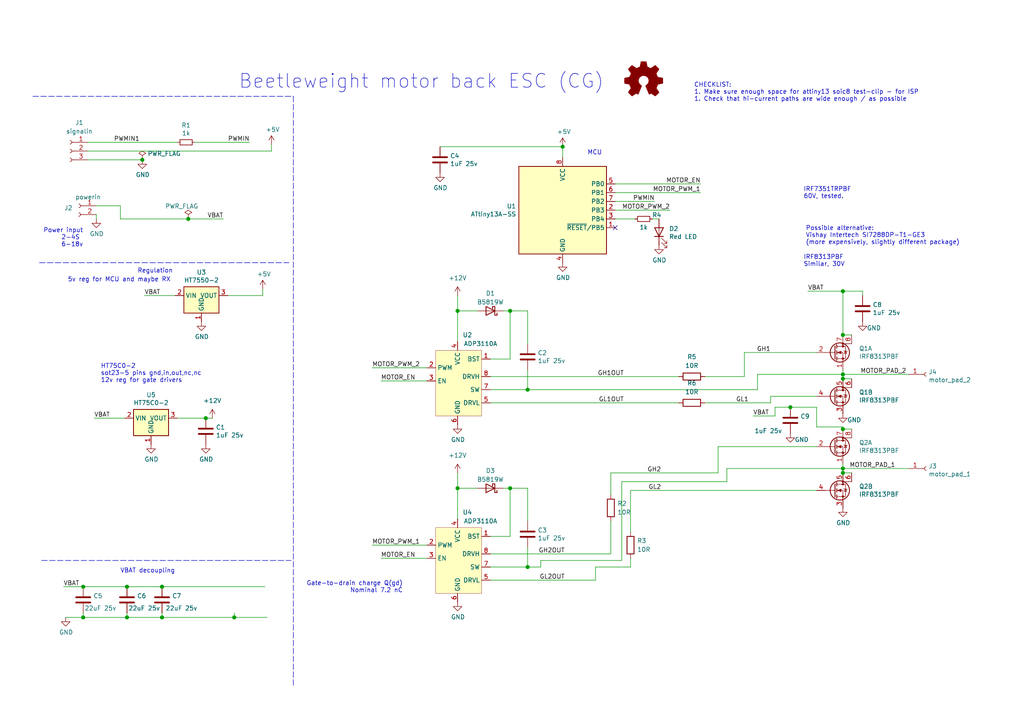
<source format=kicad_sch>
(kicad_sch (version 20210621) (generator eeschema)
  (paper "A4")
  (title_block (title "Beetle Motor Back ESC (CG)") (date "2021-08-02"))
  (lib_symbols
    (symbol "Connector:Conn_01x01_Female" (pin_names (offset 1.016) hide)
      (property "Reference" "J" (at 0 2.54 0))
      (property "Value" "Conn_01x01_Female" (at 0 -2.54 0))
      (symbol "Conn_01x01_Female_1_1"
        (arc (start 0 0.508) (end 0 -0.508) (radius (at 0 0) (length 0.508) (angles 90.1 -90.1)) (stroke (width 0.1524)))
        (polyline (pts (xy -1.27 0) (xy -0.508 0)) (stroke (width 0.1524)))
        (pin passive line (at -5.08 0 0) (length 3.81) (name "Pin_1") (number "1"))
      )
    )
    (symbol "Connector:Conn_01x02_Female" (pin_names (offset 1.016) hide)
      (property "Reference" "J" (at 0 2.54 0))
      (property "Value" "Conn_01x02_Female" (at 0 -5.08 0))
      (symbol "Conn_01x02_Female_1_1"
        (arc (start 0 -2.032) (end 0 -3.048) (radius (at 0 -2.54) (length 0.508) (angles 90.1 -90.1)) (stroke (width 0.1524)))
        (arc (start 0 0.508) (end 0 -0.508) (radius (at 0 0) (length 0.508) (angles 90.1 -90.1)) (stroke (width 0.1524)))
        (polyline (pts (xy -1.27 -2.54) (xy -0.508 -2.54)) (stroke (width 0.1524)))
        (polyline (pts (xy -1.27 0) (xy -0.508 0)) (stroke (width 0.1524)))
        (pin passive line (at -5.08 0 0) (length 3.81) (name "Pin_1") (number "1"))
        (pin passive line (at -5.08 -2.54 0) (length 3.81) (name "Pin_2") (number "2"))
      )
    )
    (symbol "Connector:Conn_01x03_Female" (pin_names (offset 1.016) hide)
      (property "Reference" "J" (at 0 5.08 0))
      (property "Value" "Conn_01x03_Female" (at 0 -5.08 0))
      (symbol "Conn_01x03_Female_1_1"
        (arc (start 0 -2.032) (end 0 -3.048) (radius (at 0 -2.54) (length 0.508) (angles 90.1 -90.1)) (stroke (width 0.1524)))
        (arc (start 0 0.508) (end 0 -0.508) (radius (at 0 0) (length 0.508) (angles 90.1 -90.1)) (stroke (width 0.1524)))
        (arc (start 0 3.048) (end 0 2.032) (radius (at 0 2.54) (length 0.508) (angles 90.1 -90.1)) (stroke (width 0.1524)))
        (polyline (pts (xy -1.27 -2.54) (xy -0.508 -2.54)) (stroke (width 0.1524)))
        (polyline (pts (xy -1.27 0) (xy -0.508 0)) (stroke (width 0.1524)))
        (polyline (pts (xy -1.27 2.54) (xy -0.508 2.54)) (stroke (width 0.1524)))
        (pin passive line (at -5.08 2.54 0) (length 3.81) (name "Pin_1") (number "1"))
        (pin passive line (at -5.08 0 0) (length 3.81) (name "Pin_2") (number "2"))
        (pin passive line (at -5.08 -2.54 0) (length 3.81) (name "Pin_3") (number "3"))
      )
    )
    (symbol "Device:C" (pin_numbers hide) (pin_names (offset 0.254))
      (property "Reference" "C" (at 0.635 2.54 0))
      (property "Value" "C" (at 0.635 -2.54 0))
      (symbol "C_0_1"
        (polyline (pts (xy -2.032 -0.762) (xy 2.032 -0.762)) (stroke (width 0.508)))
        (polyline (pts (xy -2.032 0.762) (xy 2.032 0.762)) (stroke (width 0.508)))
      )
      (symbol "C_1_1"
        (pin passive line (at 0 3.81 270) (length 2.794) (name "~") (number "1"))
        (pin passive line (at 0 -3.81 90) (length 2.794) (name "~") (number "2"))
      )
    )
    (symbol "Device:D_Schottky" (pin_numbers hide) (pin_names (offset 1.016) hide)
      (property "Reference" "D" (at 0 2.54 0))
      (property "Value" "D_Schottky" (at 0 -2.54 0))
      (symbol "D_Schottky_0_1"
        (polyline (pts (xy 1.27 0) (xy -1.27 0)))
        (polyline (pts (xy 1.27 1.27) (xy 1.27 -1.27) (xy -1.27 0) (xy 1.27 1.27)) (stroke (width 0.254)))
        (polyline (pts (xy -1.905 0.635) (xy -1.905 1.27) (xy -1.27 1.27) (xy -1.27 -1.27) (xy -0.635 -1.27) (xy -0.635 -0.635)) (stroke (width 0.254)))
      )
      (symbol "D_Schottky_1_1"
        (pin passive line (at -3.81 0 0) (length 2.54) (name "K") (number "1"))
        (pin passive line (at 3.81 0 180) (length 2.54) (name "A") (number "2"))
      )
    )
    (symbol "Device:LED" (pin_numbers hide) (pin_names (offset 1.016) hide)
      (property "Reference" "D" (at 0 2.54 0))
      (property "Value" "LED" (at 0 -2.54 0))
      (symbol "LED_0_1"
        (polyline (pts (xy -1.27 -1.27) (xy -1.27 1.27)) (stroke (width 0.254)))
        (polyline (pts (xy -1.27 0) (xy 1.27 0)))
        (polyline (pts (xy 1.27 -1.27) (xy 1.27 1.27) (xy -1.27 0) (xy 1.27 -1.27)) (stroke (width 0.254)))
        (polyline (pts (xy -3.048 -0.762) (xy -4.572 -2.286) (xy -3.81 -2.286) (xy -4.572 -2.286) (xy -4.572 -1.524)))
        (polyline (pts (xy -1.778 -0.762) (xy -3.302 -2.286) (xy -2.54 -2.286) (xy -3.302 -2.286) (xy -3.302 -1.524)))
      )
      (symbol "LED_1_1"
        (pin passive line (at -3.81 0 0) (length 2.54) (name "K") (number "1"))
        (pin passive line (at 3.81 0 180) (length 2.54) (name "A") (number "2"))
      )
    )
    (symbol "Device:Q_Dual_NMOS_S1G1S2G2D2D2D1D1" (pin_names (offset 0) hide)
      (property "Reference" "Q" (at 5.08 1.27 0))
      (property "Value" "Q_Dual_NMOS_S1G1S2G2D2D2D1D1" (at 5.08 -1.27 0))
      (symbol "Q_Dual_NMOS_S1G1S2G2D2D2D1D1_0_1"
        (circle (center 1.651 0) (radius 2.794) (stroke (width 0.254)))
        (circle (center 2.54 -1.778) (radius 0.254) (fill (type outline)))
        (circle (center 2.54 1.778) (radius 0.254) (fill (type outline)))
        (circle (center 2.54 2.54) (radius 0.254) (fill (type outline)))
        (polyline (pts (xy 0.254 0) (xy -2.54 0)))
        (polyline (pts (xy 0.254 1.905) (xy 0.254 -1.905)) (stroke (width 0.254)))
        (polyline (pts (xy 0.762 -1.27) (xy 0.762 -2.286)) (stroke (width 0.254)))
        (polyline (pts (xy 0.762 0.508) (xy 0.762 -0.508)) (stroke (width 0.254)))
        (polyline (pts (xy 0.762 2.286) (xy 0.762 1.27)) (stroke (width 0.254)))
        (polyline (pts (xy 2.54 2.54) (xy 2.54 1.778)))
        (polyline (pts (xy 5.08 2.54) (xy 2.54 2.54)))
        (polyline (pts (xy 2.54 -2.54) (xy 2.54 0) (xy 0.762 0)))
        (polyline (pts (xy 0.762 -1.778) (xy 3.302 -1.778) (xy 3.302 1.778) (xy 0.762 1.778)))
        (polyline (pts (xy 2.794 0.508) (xy 2.921 0.381) (xy 3.683 0.381) (xy 3.81 0.254)))
        (polyline (pts (xy 3.302 0.381) (xy 2.921 -0.254) (xy 3.683 -0.254) (xy 3.302 0.381)))
        (polyline (pts (xy 1.016 0) (xy 2.032 0.381) (xy 2.032 -0.381) (xy 1.016 0)) (fill (type outline)))
      )
      (symbol "Q_Dual_NMOS_S1G1S2G2D2D2D1D1_1_1"
        (pin passive line (at 2.54 -5.08 90) (length 2.54) (name "S") (number "1"))
        (pin input line (at -5.08 0 0) (length 2.54) (name "G") (number "2"))
        (pin passive line (at 2.54 5.08 270) (length 2.54) (name "D") (number "7"))
        (pin passive line (at 5.08 5.08 270) (length 2.54) (name "D") (number "8"))
      )
      (symbol "Q_Dual_NMOS_S1G1S2G2D2D2D1D1_2_1"
        (pin passive line (at 2.54 -5.08 90) (length 2.54) (name "S") (number "3"))
        (pin input line (at -5.08 0 0) (length 2.54) (name "G") (number "4"))
        (pin passive line (at 2.54 5.08 270) (length 2.54) (name "D") (number "5"))
        (pin passive line (at 5.08 5.08 270) (length 2.54) (name "D") (number "6"))
      )
    )
    (symbol "Device:R" (pin_numbers hide) (pin_names (offset 0))
      (property "Reference" "R" (at 2.032 0 90))
      (property "Value" "R" (at 0 0 90))
      (symbol "R_0_1"
        (rectangle (start -1.016 -2.54) (end 1.016 2.54) (stroke (width 0.254)))
      )
      (symbol "R_1_1"
        (pin passive line (at 0 3.81 270) (length 1.27) (name "~") (number "1"))
        (pin passive line (at 0 -3.81 90) (length 1.27) (name "~") (number "2"))
      )
    )
    (symbol "Device:R_Small" (pin_numbers hide) (pin_names (offset 0.254) hide)
      (property "Reference" "R" (at 0.762 0.508 0))
      (property "Value" "R_Small" (at 0.762 -1.016 0))
      (symbol "R_Small_0_1"
        (rectangle (start -0.762 1.778) (end 0.762 -1.778) (stroke (width 0.2032)))
      )
      (symbol "R_Small_1_1"
        (pin passive line (at 0 2.54 270) (length 0.762) (name "~") (number "1"))
        (pin passive line (at 0 -2.54 90) (length 0.762) (name "~") (number "2"))
      )
    )
    (symbol "Graphic:Logo_Open_Hardware_Small" (pin_names (offset 1.016))
      (symbol "Logo_Open_Hardware_Small_0_1"
        (polyline (pts (xy 3.3528 -4.3434) (xy 3.302 -4.318) (xy 3.175 -4.2418) (xy 2.9972 -4.1148) (xy 2.7686 -3.9624) (xy 2.54 -3.81) (xy 2.3622 -3.7084) (xy 2.2352 -3.6068) (xy 2.1844 -3.5814) (xy 2.159 -3.6068) (xy 2.0574 -3.6576) (xy 1.905 -3.7338) (xy 1.8034 -3.7846) (xy 1.6764 -3.8354) (xy 1.6002 -3.8354) (xy 1.6002 -3.8354) (xy 1.5494 -3.7338) (xy 1.4732 -3.5306) (xy 1.3462 -3.302) (xy 1.2446 -3.0226) (xy 1.1176 -2.7178) (xy 0.9652 -2.413) (xy 0.8636 -2.1082) (xy 0.7366 -1.8288) (xy 0.6604 -1.6256) (xy 0.6096 -1.4732) (xy 0.5842 -1.397) (xy 0.5842 -1.397) (xy 0.6604 -1.3208) (xy 0.7874 -1.2446) (xy 1.0414 -1.016) (xy 1.2954 -0.6858) (xy 1.4478 -0.3302) (xy 1.524 0.0762) (xy 1.4732 0.4572) (xy 1.3208 0.8128) (xy 1.0668 1.143) (xy 0.762 1.3716) (xy 0.4064 1.524) (xy 0 1.5748) (xy -0.381 1.5494) (xy -0.7366 1.397) (xy -1.0668 1.143) (xy -1.2192 0.9906) (xy -1.397 0.6604) (xy -1.524 0.3048) (xy -1.524 0.2286) (xy -1.4986 -0.1778) (xy -1.397 -0.5334) (xy -1.1938 -0.8636) (xy -0.9144 -1.143) (xy -0.8636 -1.1684) (xy -0.7366 -1.27) (xy -0.635 -1.3462) (xy -0.5842 -1.397) (xy -1.0668 -2.5908) (xy -1.143 -2.794) (xy -1.2954 -3.1242) (xy -1.397 -3.4036) (xy -1.4986 -3.6322) (xy -1.5748 -3.7846) (xy -1.6002 -3.8354) (xy -1.6002 -3.8354) (xy -1.651 -3.8354) (xy -1.7272 -3.81) (xy -1.905 -3.7338) (xy -2.0066 -3.683) (xy -2.1336 -3.6068) (xy -2.2098 -3.5814) (xy -2.2606 -3.6068) (xy -2.3622 -3.683) (xy -2.54 -3.81) (xy -2.7686 -3.9624) (xy -2.9718 -4.0894) (xy -3.1496 -4.2164) (xy -3.302 -4.318) (xy -3.3528 -4.3434) (xy -3.3782 -4.3434) (xy -3.429 -4.318) (xy -3.5306 -4.2164) (xy -3.7084 -4.064) (xy -3.937 -3.8354) (xy -3.9624 -3.81) (xy -4.1656 -3.6068) (xy -4.318 -3.4544) (xy -4.4196 -3.3274) (xy -4.445 -3.2766) (xy -4.445 -3.2766) (xy -4.4196 -3.2258) (xy -4.318 -3.0734) (xy -4.2164 -2.8956) (xy -4.064 -2.667) (xy -3.6576 -2.0828) (xy -3.8862 -1.5494) (xy -3.937 -1.3716) (xy -4.0386 -1.1684) (xy -4.0894 -1.0414) (xy -4.1148 -0.9652) (xy -4.191 -0.9398) (xy -4.318 -0.9144) (xy -4.5466 -0.8636) (xy -4.8006 -0.8128) (xy -5.0546 -0.7874) (xy -5.2578 -0.7366) (xy -5.4356 -0.7112) (xy -5.5118 -0.6858) (xy -5.5118 -0.6858) (xy -5.5372 -0.635) (xy -5.5372 -0.5588) (xy -5.5372 -0.4318) (xy -5.5626 -0.2286) (xy -5.5626 0.0762) (xy -5.5626 0.127) (xy -5.5372 0.4064) (xy -5.5372 0.635) (xy -5.5372 0.762) (xy -5.5372 0.8382) (xy -5.5372 0.8382) (xy -5.461 0.8382) (xy -5.3086 0.889) (xy -5.08 0.9144) (xy -4.826 0.9652) (xy -4.8006 0.9906) (xy -4.5466 1.0414) (xy -4.318 1.0668) (xy -4.1656 1.1176) (xy -4.0894 1.143) (xy -4.0894 1.143) (xy -4.0386 1.2446) (xy -3.9624 1.4224) (xy -3.8608 1.6256) (xy -3.7846 1.8288) (xy -3.7084 2.0066) (xy -3.6576 2.159) (xy -3.6322 2.2098) (xy -3.6322 2.2098) (xy -3.683 2.286) (xy -3.7592 2.413) (xy -3.8862 2.5908) (xy -4.064 2.8194) (xy -4.064 2.8448) (xy -4.2164 3.0734) (xy -4.3434 3.2512) (xy -4.4196 3.3782) (xy -4.445 3.4544) (xy -4.445 3.4544) (xy -4.3942 3.5052) (xy -4.2926 3.6322) (xy -4.1148 3.81) (xy -3.937 4.0132) (xy -3.8608 4.064) (xy -3.6576 4.2926) (xy -3.5052 4.4196) (xy -3.4036 4.4958) (xy -3.3528 4.5212) (xy -3.3528 4.5212) (xy -3.302 4.4704) (xy -3.1496 4.3688) (xy -2.9718 4.2418) (xy -2.7432 4.0894) (xy -2.7178 4.0894) (xy -2.4892 3.937) (xy -2.3114 3.81) (xy -2.1844 3.7084) (xy -2.1336 3.683) (xy -2.1082 3.683) (xy -2.032 3.7084) (xy -1.8542 3.7592) (xy -1.6764 3.8354) (xy -1.4732 3.937) (xy -1.27 4.0132) (xy -1.143 4.064) (xy -1.0668 4.1148) (xy -1.0668 4.1148) (xy -1.0414 4.191) (xy -1.016 4.3434) (xy -0.9652 4.572) (xy -0.9144 4.8514) (xy -0.889 4.9022) (xy -0.8382 5.1562) (xy -0.8128 5.3848) (xy -0.7874 5.5372) (xy -0.762 5.588) (xy -0.7112 5.6134) (xy -0.5842 5.6134) (xy -0.4064 5.6134) (xy -0.1524 5.6134) (xy 0.0762 5.6134) (xy 0.3302 5.6134) (xy 0.5334 5.6134) (xy 0.6858 5.588) (xy 0.7366 5.588) (xy 0.7366 5.588) (xy 0.762 5.5118) (xy 0.8128 5.334) (xy 0.8382 5.1054) (xy 0.9144 4.826) (xy 0.9144 4.7752) (xy 0.9652 4.5212) (xy 1.016 4.2926) (xy 1.0414 4.1402) (xy 1.0668 4.0894) (xy 1.0668 4.0894) (xy 1.1938 4.0386) (xy 1.3716 3.9624) (xy 1.5748 3.8608) (xy 2.0828 3.6576) (xy 2.7178 4.0894) (xy 2.7686 4.1402) (xy 2.9972 4.2926) (xy 3.175 4.4196) (xy 3.302 4.4958) (xy 3.3782 4.5212) (xy 3.3782 4.5212) (xy 3.429 4.4704) (xy 3.556 4.3434) (xy 3.7338 4.191) (xy 3.9116 3.9878) (xy 4.064 3.8354) (xy 4.2418 3.6576) (xy 4.3434 3.556) (xy 4.4196 3.4798) (xy 4.4196 3.429) (xy 4.4196 3.4036) (xy 4.3942 3.3274) (xy 4.2926 3.2004) (xy 4.1656 2.9972) (xy 4.0132 2.794) (xy 3.8862 2.5908) (xy 3.7592 2.3876) (xy 3.6576 2.2352) (xy 3.6322 2.159) (xy 3.6322 2.1336) (xy 3.683 2.0066) (xy 3.7592 1.8288) (xy 3.8608 1.6002) (xy 4.064 1.1176) (xy 4.3942 1.0414) (xy 4.5974 1.016) (xy 4.8768 0.9652) (xy 5.1308 0.9144) (xy 5.5372 0.8382) (xy 5.5626 -0.6604) (xy 5.4864 -0.6858) (xy 5.4356 -0.6858) (xy 5.2832 -0.7366) (xy 5.0546 -0.762) (xy 4.8006 -0.8128) (xy 4.5974 -0.8636) (xy 4.3688 -0.9144) (xy 4.2164 -0.9398) (xy 4.1402 -0.9398) (xy 4.1148 -0.9652) (xy 4.064 -1.0668) (xy 3.9878 -1.2446) (xy 3.9116 -1.4478) (xy 3.81 -1.651) (xy 3.7338 -1.8542) (xy 3.683 -2.0066) (xy 3.6576 -2.0828) (xy 3.683 -2.1336) (xy 3.7846 -2.2606) (xy 3.8862 -2.4638) (xy 4.0386 -2.667) (xy 4.191 -2.8956) (xy 4.318 -3.0734) (xy 4.3942 -3.2004) (xy 4.445 -3.2766) (xy 4.4196 -3.3274) (xy 4.3434 -3.429) (xy 4.1656 -3.5814) (xy 3.937 -3.8354) (xy 3.8862 -3.8608) (xy 3.683 -4.064) (xy 3.5306 -4.2164) (xy 3.4036 -4.318) (xy 3.3528 -4.3434)) (fill (type outline)))
      )
    )
    (symbol "MCU_Microchip_ATtiny:ATtiny13A-SS"
      (property "Reference" "U" (at -12.7 13.97 0))
      (property "Value" "ATtiny13A-SS" (at 2.54 -13.97 0))
      (symbol "ATtiny13A-SS_0_1"
        (rectangle (start -12.7 -12.7) (end 12.7 12.7) (stroke (width 0.254)) (fill (type background)))
      )
      (symbol "ATtiny13A-SS_1_1"
        (pin bidirectional line (at 15.24 -5.08 180) (length 2.54) (name "~{RESET}/PB5") (number "1"))
        (pin bidirectional line (at 15.24 0 180) (length 2.54) (name "PB3") (number "2"))
        (pin bidirectional line (at 15.24 -2.54 180) (length 2.54) (name "PB4") (number "3"))
        (pin power_in line (at 0 -15.24 90) (length 2.54) (name "GND") (number "4"))
        (pin bidirectional line (at 15.24 7.62 180) (length 2.54) (name "PB0") (number "5"))
        (pin bidirectional line (at 15.24 5.08 180) (length 2.54) (name "PB1") (number "6"))
        (pin bidirectional line (at 15.24 2.54 180) (length 2.54) (name "PB2") (number "7"))
        (pin power_in line (at 0 15.24 270) (length 2.54) (name "VCC") (number "8"))
      )
    )
    (symbol "Regulator_Linear:HT75xx-1-SOT89"
      (property "Reference" "U" (at -5.08 -3.81 0))
      (property "Value" "HT75xx-1-SOT89" (at 0 6.35 0))
      (symbol "HT75xx-1-SOT89_0_1"
        (rectangle (start -5.08 5.08) (end 5.08 -2.54) (stroke (width 0.254)) (fill (type background)))
      )
      (symbol "HT75xx-1-SOT89_1_1"
        (pin power_in line (at 0 -5.08 90) (length 2.54) (name "GND") (number "1"))
        (pin power_in line (at -7.62 2.54 0) (length 2.54) (name "VIN") (number "2"))
        (pin power_out line (at 7.62 2.54 180) (length 2.54) (name "VOUT") (number "3"))
      )
    )
    (symbol "beetleback:ADP3110A"
      (property "Reference" "U" (at 0 0 0))
      (property "Value" "ADP3110A" (at 7.62 -8.89 0))
      (symbol "ADP3110A_0_1"
        (rectangle (start -6.35 11.43) (end 6.985 -7.62) (stroke (width 0.001)) (fill (type background)))
      )
      (symbol "ADP3110A_1_1"
        (pin power_out line (at 9.525 8.89 180) (length 2.54) (name "BST") (number "1"))
        (pin input line (at -8.89 6.35 0) (length 2.54) (name "PWM") (number "2"))
        (pin input line (at -8.89 2.54 0) (length 2.54) (name "EN") (number "3"))
        (pin power_in line (at 0 13.97 270) (length 2.54) (name "VCC") (number "4"))
        (pin output line (at 9.525 -3.81 180) (length 2.54) (name "DRVL") (number "5"))
        (pin power_in line (at 0 -10.16 90) (length 2.54) (name "GND") (number "6"))
        (pin passive line (at 9.525 0 180) (length 2.54) (name "SW") (number "7"))
        (pin output line (at 9.525 3.81 180) (length 2.54) (name "DRVH") (number "8"))
      )
    )
    (symbol "power:+12V" (power) (pin_names (offset 0))
      (property "Value" "+12V" (at 0 3.556 0))
      (symbol "+12V_0_1"
        (polyline (pts (xy -0.762 1.27) (xy 0 2.54)))
        (polyline (pts (xy 0 0) (xy 0 2.54)))
        (polyline (pts (xy 0 2.54) (xy 0.762 1.27)))
      )
      (symbol "+12V_1_1"
        (pin power_in line (at 0 0 90) (length 0) hide (name "+12V") (number "1"))
      )
    )
    (symbol "power:+5V" (power) (pin_names (offset 0))
      (property "Value" "+5V" (at 0 3.556 0))
      (symbol "+5V_0_1"
        (polyline (pts (xy -0.762 1.27) (xy 0 2.54)))
        (polyline (pts (xy 0 0) (xy 0 2.54)))
        (polyline (pts (xy 0 2.54) (xy 0.762 1.27)))
      )
      (symbol "+5V_1_1"
        (pin power_in line (at 0 0 90) (length 0) hide (name "+5V") (number "1"))
      )
    )
    (symbol "power:GND" (power) (pin_names (offset 0))
      (property "Value" "GND" (at 0 -3.81 0))
      (symbol "GND_0_1"
        (polyline (pts (xy 0 0) (xy 0 -1.27) (xy 1.27 -1.27) (xy 0 -2.54) (xy -1.27 -1.27) (xy 0 -1.27)))
      )
      (symbol "GND_1_1"
        (pin power_in line (at 0 0 270) (length 0) hide (name "GND") (number "1"))
      )
    )
    (symbol "power:PWR_FLAG" (power) (pin_numbers hide) (pin_names (offset 0) hide)
      (property "Value" "PWR_FLAG" (at 0 3.81 0))
      (symbol "PWR_FLAG_0_0"
        (pin power_out line (at 0 0 90) (length 0) (name "pwr") (number "1"))
      )
      (symbol "PWR_FLAG_0_1"
        (polyline (pts (xy 0 0) (xy 0 1.27) (xy -1.016 1.905) (xy 0 2.54) (xy 1.016 1.905) (xy 0 1.27)))
      )
    )
  )
  (junction (at 24.13 170.18) (diameter 1.016))
  (junction (at 24.13 179.07) (diameter 1.016))
  (junction (at 36.83 170.18) (diameter 1.016))
  (junction (at 36.83 179.07) (diameter 1.016))
  (junction (at 41.275 46.355) (diameter 1.016))
  (junction (at 46.99 170.18) (diameter 1.016))
  (junction (at 46.99 179.07) (diameter 1.016))
  (junction (at 54.61 63.5) (diameter 1.016))
  (junction (at 59.69 121.285) (diameter 1.016))
  (junction (at 67.945 179.07) (diameter 1.016))
  (junction (at 132.715 90.17) (diameter 1.016))
  (junction (at 132.715 141.605) (diameter 1.016))
  (junction (at 147.955 90.17) (diameter 1.016))
  (junction (at 147.955 141.605) (diameter 1.016))
  (junction (at 153.035 113.03) (diameter 1.016))
  (junction (at 153.035 164.465) (diameter 1.016))
  (junction (at 163.195 42.545) (diameter 1.016))
  (junction (at 229.235 118.11) (diameter 1.016))
  (junction (at 244.475 84.455) (diameter 1.016))
  (junction (at 244.475 97.155) (diameter 1.016))
  (junction (at 244.475 108.585) (diameter 1.016))
  (junction (at 244.475 109.855) (diameter 1.016))
  (junction (at 244.475 124.46) (diameter 1.016))
  (junction (at 244.475 135.89) (diameter 1.016))
  (junction (at 244.475 137.16) (diameter 1.016))
  (no_connect (at 178.435 66.04))
  (wire (pts (xy 18.415 170.18) (xy 24.13 170.18)))
  (wire (pts (xy 19.05 179.07) (xy 24.13 179.07)))
  (wire (pts (xy 24.13 170.18) (xy 36.83 170.18)))
  (wire (pts (xy 24.13 177.8) (xy 24.13 179.07)))
  (wire (pts (xy 24.13 179.07) (xy 36.83 179.07)))
  (wire (pts (xy 25.4 41.275) (xy 51.435 41.275)))
  (wire (pts (xy 25.4 43.815) (xy 78.74 43.815)))
  (wire (pts (xy 25.4 46.355) (xy 41.275 46.355)))
  (wire (pts (xy 27.305 121.285) (xy 36.195 121.285)))
  (wire (pts (xy 27.94 59.69) (xy 34.925 59.69)))
  (wire (pts (xy 27.94 62.23) (xy 27.94 63.5)))
  (wire (pts (xy 34.925 59.69) (xy 34.925 63.5)))
  (wire (pts (xy 34.925 63.5) (xy 54.61 63.5)))
  (wire (pts (xy 36.83 170.18) (xy 46.99 170.18)))
  (wire (pts (xy 36.83 177.8) (xy 36.83 179.07)))
  (wire (pts (xy 36.83 179.07) (xy 46.99 179.07)))
  (wire (pts (xy 41.91 85.725) (xy 50.8 85.725)))
  (wire (pts (xy 46.99 170.18) (xy 76.835 170.18)))
  (wire (pts (xy 46.99 177.8) (xy 46.99 179.07)))
  (wire (pts (xy 46.99 179.07) (xy 67.945 179.07)))
  (wire (pts (xy 51.435 121.285) (xy 59.69 121.285)))
  (wire (pts (xy 54.61 63.5) (xy 64.77 63.5)))
  (wire (pts (xy 56.515 41.275) (xy 72.39 41.275)))
  (wire (pts (xy 59.69 121.285) (xy 61.595 121.285)))
  (wire (pts (xy 66.04 85.725) (xy 76.2 85.725)))
  (wire (pts (xy 67.945 177.8) (xy 67.945 179.07)))
  (wire (pts (xy 67.945 179.07) (xy 77.47 179.07)))
  (wire (pts (xy 76.2 83.82) (xy 76.2 85.725)))
  (wire (pts (xy 78.74 43.815) (xy 78.74 41.91)))
  (wire (pts (xy 107.95 106.68) (xy 123.825 106.68)))
  (wire (pts (xy 107.95 158.115) (xy 123.825 158.115)))
  (wire (pts (xy 110.49 110.49) (xy 123.825 110.49)))
  (wire (pts (xy 110.49 161.925) (xy 123.825 161.925)))
  (wire (pts (xy 127.635 42.545) (xy 163.195 42.545)))
  (wire (pts (xy 132.715 85.725) (xy 132.715 90.17)))
  (wire (pts (xy 132.715 90.17) (xy 132.715 99.06)))
  (wire (pts (xy 132.715 90.17) (xy 138.43 90.17)))
  (wire (pts (xy 132.715 137.16) (xy 132.715 141.605)))
  (wire (pts (xy 132.715 141.605) (xy 132.715 150.495)))
  (wire (pts (xy 132.715 141.605) (xy 138.43 141.605)))
  (wire (pts (xy 142.24 104.14) (xy 147.955 104.14)))
  (wire (pts (xy 142.24 109.22) (xy 196.85 109.22)))
  (wire (pts (xy 142.24 113.03) (xy 153.035 113.03)))
  (wire (pts (xy 142.24 116.84) (xy 196.85 116.84)))
  (wire (pts (xy 142.24 155.575) (xy 147.955 155.575)))
  (wire (pts (xy 142.24 164.465) (xy 153.035 164.465)))
  (wire (pts (xy 142.24 168.275) (xy 172.72 168.275)))
  (wire (pts (xy 146.05 90.17) (xy 147.955 90.17)))
  (wire (pts (xy 146.05 141.605) (xy 147.955 141.605)))
  (wire (pts (xy 147.955 90.17) (xy 147.955 104.14)))
  (wire (pts (xy 147.955 141.605) (xy 147.955 155.575)))
  (wire (pts (xy 153.035 90.17) (xy 147.955 90.17)))
  (wire (pts (xy 153.035 99.695) (xy 153.035 90.17)))
  (wire (pts (xy 153.035 113.03) (xy 153.035 107.315)))
  (wire (pts (xy 153.035 113.03) (xy 219.71 113.03)))
  (wire (pts (xy 153.035 141.605) (xy 147.955 141.605)))
  (wire (pts (xy 153.035 151.13) (xy 153.035 141.605)))
  (wire (pts (xy 153.035 164.465) (xy 153.035 158.75)))
  (wire (pts (xy 156.845 162.56) (xy 156.845 164.465)))
  (wire (pts (xy 156.845 164.465) (xy 153.035 164.465)))
  (wire (pts (xy 163.195 42.545) (xy 163.195 45.72)))
  (wire (pts (xy 172.72 164.465) (xy 172.72 168.275)))
  (wire (pts (xy 177.165 137.16) (xy 177.165 143.51)))
  (wire (pts (xy 177.165 137.16) (xy 208.28 137.16)))
  (wire (pts (xy 177.165 151.13) (xy 177.165 160.655)))
  (wire (pts (xy 177.165 160.655) (xy 142.24 160.655)))
  (wire (pts (xy 178.435 53.34) (xy 203.2 53.34)))
  (wire (pts (xy 178.435 55.88) (xy 203.2 55.88)))
  (wire (pts (xy 178.435 58.42) (xy 189.865 58.42)))
  (wire (pts (xy 178.435 60.96) (xy 194.31 60.96)))
  (wire (pts (xy 178.435 63.5) (xy 184.15 63.5)))
  (wire (pts (xy 180.34 139.7) (xy 180.34 162.56)))
  (wire (pts (xy 180.34 139.7) (xy 210.82 139.7)))
  (wire (pts (xy 180.34 162.56) (xy 156.845 162.56)))
  (wire (pts (xy 182.88 142.24) (xy 182.88 154.305)))
  (wire (pts (xy 182.88 142.24) (xy 236.855 142.24)))
  (wire (pts (xy 182.88 161.925) (xy 182.88 164.465)))
  (wire (pts (xy 182.88 164.465) (xy 172.72 164.465)))
  (wire (pts (xy 189.23 63.5) (xy 191.135 63.5)))
  (wire (pts (xy 204.47 109.22) (xy 215.9 109.22)))
  (wire (pts (xy 204.47 116.84) (xy 223.52 116.84)))
  (wire (pts (xy 208.28 129.54) (xy 236.855 129.54)))
  (wire (pts (xy 208.28 137.16) (xy 208.28 129.54)))
  (wire (pts (xy 210.82 135.89) (xy 244.475 135.89)))
  (wire (pts (xy 210.82 139.7) (xy 210.82 135.89)))
  (wire (pts (xy 215.9 102.235) (xy 236.855 102.235)))
  (wire (pts (xy 215.9 109.22) (xy 215.9 102.235)))
  (wire (pts (xy 218.44 120.65) (xy 224.79 120.65)))
  (wire (pts (xy 219.71 108.585) (xy 244.475 108.585)))
  (wire (pts (xy 219.71 113.03) (xy 219.71 108.585)))
  (wire (pts (xy 223.52 114.935) (xy 223.52 116.84)))
  (wire (pts (xy 223.52 114.935) (xy 236.855 114.935)))
  (wire (pts (xy 224.79 118.11) (xy 229.235 118.11)))
  (wire (pts (xy 224.79 120.65) (xy 224.79 118.11)))
  (wire (pts (xy 229.235 118.11) (xy 236.855 118.11)))
  (wire (pts (xy 234.315 84.455) (xy 244.475 84.455)))
  (wire (pts (xy 236.855 118.11) (xy 236.855 123.825)))
  (wire (pts (xy 236.855 123.825) (xy 244.475 123.825)))
  (wire (pts (xy 244.475 84.455) (xy 244.475 97.155)))
  (wire (pts (xy 244.475 84.455) (xy 250.19 84.455)))
  (wire (pts (xy 244.475 97.155) (xy 247.015 97.155)))
  (wire (pts (xy 244.475 107.315) (xy 244.475 108.585)))
  (wire (pts (xy 244.475 108.585) (xy 244.475 109.855)))
  (wire (pts (xy 244.475 108.585) (xy 263.525 108.585)))
  (wire (pts (xy 244.475 109.855) (xy 247.015 109.855)))
  (wire (pts (xy 244.475 123.825) (xy 244.475 124.46)))
  (wire (pts (xy 244.475 124.46) (xy 247.015 124.46)))
  (wire (pts (xy 244.475 134.62) (xy 244.475 135.89)))
  (wire (pts (xy 244.475 135.89) (xy 244.475 137.16)))
  (wire (pts (xy 244.475 135.89) (xy 263.525 135.89)))
  (wire (pts (xy 244.475 137.16) (xy 247.015 137.16)))
  (wire (pts (xy 250.19 84.455) (xy 250.19 85.725)))
  (polyline (pts (xy 9.525 27.94) (xy 85.09 27.94)) (stroke (width 0) (type dash)))
  (polyline (pts (xy 11.43 76.2) (xy 83.82 76.2)) (stroke (width 0) (type dash)))
  (polyline (pts (xy 12.065 162.56) (xy 84.455 162.56)) (stroke (width 0) (type dash)))
  (polyline (pts (xy 85.09 27.94) (xy 85.09 198.755)) (stroke (width 0) (type dash)))
  (text "Power input\n2-4S \n6-18v" (at 24.13 71.755 180) (effects (font (size 1.27 1.27)) (justify right bottom)))
  (text "HT75C0-2\nsot23-5 pins gnd,in,out,nc,nc\n12v reg for gate drivers" (at 29.21 111.125 0) (effects (font (size 1.27 1.27)) (justify left bottom)))
  (text "5v reg for MCU and maybe RX" (at 49.53 81.915 180) (effects (font (size 1.27 1.27)) (justify right bottom)))
  (text "Regulation" (at 50.165 79.375 180) (effects (font (size 1.27 1.27)) (justify right bottom)))
  (text "VBAT decoupling\n" (at 50.8 166.37 180) (effects (font (size 1.27 1.27)) (justify right bottom)))
  (text "Gate-to-drain charge Q(gd)\nNominal 7.2 nC\n" (at 116.84 172.085 180) (effects (font (size 1.27 1.27)) (justify right bottom)))
  (text "MCU" (at 174.625 45.085 180) (effects (font (size 1.27 1.27)) (justify right bottom)))
  (text "Beetleweight motor back ESC (CG)\n" (at 175.26 26.035 180) (effects (font (size 4 4)) (justify right bottom)))
  (text "CHECKLIST:\n1. Make sure enough space for attiny13 soic8 test-clip - for ISP\n1. Check that hi-current paths are wide enough / as possible\n\n\n" (at 201.295 33.655 0) (effects (font (size 1.27 1.27)) (justify left bottom)))
  (text "IRF7351TRPBF\n60V, tested. " (at 233.045 57.785 0) (effects (font (size 1.27 1.27)) (justify left bottom)))
  (text "IRF8313PBF\nSimilar, 30V " (at 233.045 77.47 0) (effects (font (size 1.27 1.27)) (justify left bottom)))
  (text "Possible alternative:\nVishay Intertech SI7288DP-T1-GE3 \n(more expensively, slightly different package)" (at 233.68 71.12 0) (effects (font (size 1.27 1.27)) (justify left bottom)))
  (label "VBAT" (at 18.415 170.18 0))
  (label "VBAT" (at 27.305 121.285 0))
  (label "PWMIN1" (at 33.02 41.275 0))
  (label "VBAT" (at 41.91 85.725 0))
  (label "VBAT" (at 64.77 63.5 180))
  (label "PWMIN" (at 72.39 41.275 180))
  (label "MOTOR_PWM_2" (at 107.95 106.68 0))
  (label "MOTOR_PWM_1" (at 107.95 158.115 0))
  (label "MOTOR_EN" (at 110.49 110.49 0))
  (label "MOTOR_EN" (at 110.49 161.925 0))
  (label "GH2OUT" (at 163.83 160.655 180))
  (label "GL2OUT" (at 163.83 168.275 180))
  (label "GH1OUT" (at 180.975 109.22 180))
  (label "GL1OUT" (at 180.975 116.84 180))
  (label "PWMIN" (at 189.865 58.42 180))
  (label "GH2" (at 191.77 137.16 180))
  (label "GL2" (at 191.77 142.24 180))
  (label "MOTOR_PWM_2" (at 194.31 60.96 180))
  (label "MOTOR_EN" (at 203.2 53.34 180))
  (label "MOTOR_PWM_1" (at 203.2 55.88 180))
  (label "GL1" (at 217.17 116.84 180))
  (label "VBAT" (at 218.44 120.65 0))
  (label "GH1" (at 223.52 102.235 180))
  (label "VBAT" (at 234.315 84.455 0))
  (label "MOTOR_PAD_1" (at 259.715 135.89 180))
  (label "MOTOR_PAD_2" (at 262.89 108.585 180))
  (symbol (lib_id "power:+12V") (at 61.595 121.285 0) (unit 1)
    (property "Reference" "#PWR019" (effects hide))
    (property "Value" "+12V" (at 61.595 116.205 0))
  )
  (symbol (lib_id "power:+5V") (at 76.2 83.82 0) (unit 1)
    (property "Reference" "#PWR017" (effects hide))
    (property "Value" "+5V" (at 76.5683 79.4956 0))
  )
  (symbol (lib_id "power:+5V") (at 78.74 41.91 0) (unit 1)
    (property "Reference" "#PWR016" (effects hide))
    (property "Value" "+5V" (at 79.1083 37.5856 0))
  )
  (symbol (lib_id "power:+12V") (at 132.715 85.725 0) (unit 1)
    (property "Reference" "#PWR01" (effects hide))
    (property "Value" "+12V" (at 132.715 80.645 0))
  )
  (symbol (lib_id "power:+12V") (at 132.715 137.16 0) (unit 1)
    (property "Reference" "#PWR010" (effects hide))
    (property "Value" "+12V" (at 132.715 132.08 0))
  )
  (symbol (lib_id "power:+5V") (at 163.195 42.545 0) (unit 1)
    (property "Reference" "#PWR013" (effects hide))
    (property "Value" "+5V" (at 163.5633 38.2206 0))
  )
  (symbol (lib_id "power:PWR_FLAG") (at 41.275 46.355 0) (unit 1)
    (property "Reference" "#FLG01" (effects hide))
    (property "Value" "PWR_FLAG" (at 47.625 44.5706 0))
  )
  (symbol (lib_id "power:PWR_FLAG") (at 54.61 63.5 0) (unit 1)
    (property "Reference" "#FLG0101" (effects hide))
    (property "Value" "PWR_FLAG" (at 52.705 59.8106 0))
  )
  (symbol (lib_id "Connector:Conn_01x01_Female") (at 268.605 108.585 0) (unit 1)
    (property "Reference" "J4" (at 269.3163 107.8928 0) (effects (justify left)))
    (property "Value" "motor_pad_2" (at 269.316 110.191 0) (effects (justify left)))
    (property "Footprint" "beetleback:bbb_motorpin" (effects hide))
  )
  (symbol (lib_id "Connector:Conn_01x01_Female") (at 268.605 135.89 0) (unit 1)
    (property "Reference" "J3" (at 269.3163 135.1978 0) (effects (justify left)))
    (property "Value" "motor_pad_1" (at 269.316 137.496 0) (effects (justify left)))
    (property "Footprint" "beetleback:bbb_motorpin" (effects hide))
  )
  (symbol (lib_id "power:GND") (at 19.05 179.07 0) (unit 1)
    (property "Reference" "#PWR011" (effects hide))
    (property "Value" "GND" (at 19.1643 183.3944 0))
  )
  (symbol (lib_id "power:GND") (at 27.94 63.5 0) (unit 1)
    (property "Reference" "#PWR04" (effects hide))
    (property "Value" "GND" (at 28.0543 67.8244 0))
  )
  (symbol (lib_id "power:GND") (at 41.275 46.355 0) (unit 1)
    (property "Reference" "#PWR03" (effects hide))
    (property "Value" "GND" (at 41.3893 50.6794 0))
  )
  (symbol (lib_id "power:GND") (at 43.815 128.905 0) (unit 1)
    (property "Reference" "#PWR014" (effects hide))
    (property "Value" "GND" (at 43.9293 133.2294 0))
  )
  (symbol (lib_id "power:GND") (at 58.42 93.345 0) (unit 1)
    (property "Reference" "#PWR018" (effects hide))
    (property "Value" "GND" (at 58.5343 97.6694 0))
  )
  (symbol (lib_id "power:GND") (at 59.69 128.905 0) (unit 1)
    (property "Reference" "#PWR015" (effects hide))
    (property "Value" "GND" (at 59.8043 133.2294 0))
  )
  (symbol (lib_id "power:GND") (at 127.635 50.165 0) (unit 1)
    (property "Reference" "#PWR02" (effects hide))
    (property "Value" "GND" (at 127.7493 54.4894 0))
  )
  (symbol (lib_id "power:GND") (at 132.715 123.19 0) (unit 1)
    (property "Reference" "#PWR09" (effects hide))
    (property "Value" "GND" (at 132.8293 127.5144 0))
  )
  (symbol (lib_id "power:GND") (at 132.715 174.625 0) (unit 1)
    (property "Reference" "#PWR012" (effects hide))
    (property "Value" "GND" (at 132.8293 178.9494 0))
  )
  (symbol (lib_id "power:GND") (at 163.195 76.2 0) (unit 1)
    (property "Reference" "#PWR05" (effects hide))
    (property "Value" "GND" (at 163.3093 80.5244 0))
  )
  (symbol (lib_id "power:GND") (at 191.135 71.12 0) (unit 1)
    (property "Reference" "#PWR08" (effects hide))
    (property "Value" "GND" (at 191.2493 75.4444 0))
  )
  (symbol (lib_id "power:GND") (at 229.235 125.73 0) (unit 1)
    (property "Reference" "#PWR020" (effects hide))
    (property "Value" "GND" (at 232.5243 127.5144 0))
  )
  (symbol (lib_id "power:GND") (at 244.475 120.015 0) (unit 1)
    (property "Reference" "#PWR06" (effects hide))
    (property "Value" "GND" (at 247.7643 121.7994 0))
  )
  (symbol (lib_id "power:GND") (at 244.475 147.32 0) (unit 1)
    (property "Reference" "#PWR07" (effects hide))
    (property "Value" "GND" (at 244.5893 151.6444 0))
  )
  (symbol (lib_id "power:GND") (at 250.19 93.345 0) (unit 1)
    (property "Reference" "#PWR021" (effects hide))
    (property "Value" "GND" (at 253.4793 95.1294 0))
  )
  (symbol (lib_id "Device:R_Small") (at 53.975 41.275 90) (unit 1)
    (property "Reference" "R1" (at 53.975 36.3282 90))
    (property "Value" "1k" (at 53.975 38.6269 90))
    (property "Footprint" "Resistor_SMD:R_0402_1005Metric" (effects hide))
    (property "LCSC" "C11702" (effects hide))
  )
  (symbol (lib_id "Device:R_Small") (at 186.69 63.5 90) (unit 1)
    (property "Reference" "R4" (at 190.5 62.3632 90))
    (property "Value" "1k" (at 186.69 65.9319 90))
    (property "Footprint" "Resistor_SMD:R_0402_1005Metric" (effects hide))
    (property "LCSC" "C11702" (effects hide))
  )
  (symbol (lib_id "Device:R") (at 177.165 147.32 0) (unit 1)
    (property "Reference" "R2" (at 179.07 146.0499 0) (effects (justify left)))
    (property "Value" "10R" (at 179.07 148.5899 0) (effects (justify left)))
    (property "Footprint" "Resistor_SMD:R_0402_1005Metric" (effects hide))
    (property "LCSC" "C25077" (effects hide))
  )
  (symbol (lib_id "Device:R") (at 182.88 158.115 0) (unit 1)
    (property "Reference" "R3" (at 184.785 156.8449 0) (effects (justify left)))
    (property "Value" "10R" (at 184.785 159.3849 0) (effects (justify left)))
    (property "Footprint" "Resistor_SMD:R_0402_1005Metric" (effects hide))
    (property "LCSC" "C25077" (effects hide))
  )
  (symbol (lib_id "Device:R") (at 200.66 109.22 90) (unit 1)
    (property "Reference" "R5" (at 200.66 103.505 90))
    (property "Value" "10R" (at 200.66 106.045 90))
    (property "Footprint" "Resistor_SMD:R_0402_1005Metric" (effects hide))
    (property "LCSC" "C25077" (effects hide))
  )
  (symbol (lib_id "Device:R") (at 200.66 116.84 90) (unit 1)
    (property "Reference" "R6" (at 200.66 111.125 90))
    (property "Value" "10R" (at 200.66 113.665 90))
    (property "Footprint" "Resistor_SMD:R_0402_1005Metric" (effects hide))
    (property "LCSC" "C25077" (effects hide))
  )
  (symbol (lib_id "Connector:Conn_01x02_Female") (at 22.86 59.69 0) (mirror y) (unit 1)
    (property "Reference" "J2" (at 19.8374 60.325 0))
    (property "Value" "powerin" (at 25.5524 57.15 0))
    (property "Footprint" "Connector_Wire:SolderWire-1sqmm_1x02_P5.4mm_D1.4mm_OD2.7mm" (effects hide))
  )
  (symbol (lib_id "Device:D_Schottky") (at 142.24 90.17 180) (unit 1)
    (property "Reference" "D1" (at 142.24 85.09 0))
    (property "Value" "B5819W" (at 142.24 87.63 0))
    (property "Footprint" "Diode_SMD:D_SOD-123" (effects hide))
    (property "LCSC" "C8598" (effects hide))
  )
  (symbol (lib_id "Device:D_Schottky") (at 142.24 141.605 180) (unit 1)
    (property "Reference" "D3" (at 142.24 136.525 0))
    (property "Value" "B5819W" (at 142.24 139.065 0))
    (property "Footprint" "Diode_SMD:D_SOD-123" (effects hide))
    (property "LCSC" "C8598" (effects hide))
  )
  (symbol (lib_id "Device:LED") (at 191.135 67.31 90) (unit 1)
    (property "Reference" "D2" (at 194.0561 66.3511 90) (effects (justify right)))
    (property "Value" "Red LED" (at 194.056 68.65 90) (effects (justify right)))
    (property "Footprint" "LED_SMD:LED_0603_1608Metric" (effects hide))
    (property "LCSC" "C2286" (effects hide))
  )
  (symbol (lib_id "Connector:Conn_01x03_Female") (at 20.32 43.815 0) (mirror y) (unit 1)
    (property "Reference" "J1" (at 23.0124 35.56 0))
    (property "Value" "signalin" (at 23.0124 38.1 0))
    (property "Footprint" "Connector_PinHeader_2.54mm:PinHeader_1x03_P2.54mm_Vertical" (effects hide))
  )
  (symbol (lib_id "Device:C") (at 24.13 173.99 0) (unit 1)
    (property "Reference" "C5" (at 27.0511 172.8406 0) (effects (justify left)))
    (property "Value" "22uF 25v" (at 24.511 176.409 0) (effects (justify left)))
    (property "Footprint" "Capacitor_SMD:C_1206_3216Metric" (effects hide))
    (property "LCSC" "C12891" (effects hide))
  )
  (symbol (lib_id "Device:C") (at 36.83 173.99 0) (unit 1)
    (property "Reference" "C6" (at 39.7511 172.8406 0) (effects (justify left)))
    (property "Value" "22uF 25v" (at 37.211 176.409 0) (effects (justify left)))
    (property "Footprint" "Capacitor_SMD:C_1206_3216Metric" (effects hide))
    (property "LCSC" "C12891" (effects hide))
  )
  (symbol (lib_id "Device:C") (at 46.99 173.99 0) (unit 1)
    (property "Reference" "C7" (at 49.9111 172.8406 0) (effects (justify left)))
    (property "Value" "22uF 25v" (at 48.006 176.409 0) (effects (justify left)))
    (property "Footprint" "Capacitor_SMD:C_1206_3216Metric" (effects hide))
    (property "LCSC" "C12891" (effects hide))
  )
  (symbol (lib_id "Device:C") (at 59.69 125.095 0) (unit 1)
    (property "Reference" "C1" (at 62.6111 123.9456 0) (effects (justify left)))
    (property "Value" "1uF 25v" (at 62.6111 126.2443 0) (effects (justify left)))
    (property "Footprint" "Capacitor_SMD:C_0402_1005Metric" (effects hide))
    (property "LCSC" "C52923" (effects hide))
  )
  (symbol (lib_id "Device:C") (at 127.635 46.355 0) (unit 1)
    (property "Reference" "C4" (at 130.5561 45.2056 0) (effects (justify left)))
    (property "Value" "1uF 25v" (at 130.5561 47.5043 0) (effects (justify left)))
    (property "Footprint" "Capacitor_SMD:C_0402_1005Metric" (effects hide))
    (property "LCSC" "C52923" (effects hide))
  )
  (symbol (lib_id "Device:C") (at 153.035 103.505 0) (unit 1)
    (property "Reference" "C2" (at 155.9561 102.3556 0) (effects (justify left)))
    (property "Value" "1uF 25v" (at 155.9561 104.6543 0) (effects (justify left)))
    (property "Footprint" "Capacitor_SMD:C_0402_1005Metric" (effects hide))
    (property "LCSC" "C52923" (effects hide))
  )
  (symbol (lib_id "Device:C") (at 153.035 154.94 0) (unit 1)
    (property "Reference" "C3" (at 155.9561 153.7906 0) (effects (justify left)))
    (property "Value" "1uF 25v" (at 155.9561 156.0893 0) (effects (justify left)))
    (property "Footprint" "Capacitor_SMD:C_0402_1005Metric" (effects hide))
    (property "LCSC" "C52923" (effects hide))
  )
  (symbol (lib_id "Device:C") (at 229.235 121.92 0) (unit 1)
    (property "Reference" "C9" (at 232.1561 120.7706 0) (effects (justify left)))
    (property "Value" "1uF 25v" (at 218.8211 124.9743 0) (effects (justify left)))
    (property "Footprint" "Capacitor_SMD:C_0402_1005Metric" (effects hide))
    (property "LCSC" "C52923" (effects hide))
  )
  (symbol (lib_id "Device:C") (at 250.19 89.535 0) (unit 1)
    (property "Reference" "C8" (at 253.1111 88.3856 0) (effects (justify left)))
    (property "Value" "1uF 25v" (at 253.1111 90.6843 0) (effects (justify left)))
    (property "Footprint" "Capacitor_SMD:C_0402_1005Metric" (effects hide))
    (property "LCSC" "C52923" (effects hide))
  )
  (symbol (lib_id "Graphic:Logo_Open_Hardware_Small") (at 186.69 23.495 0) (unit 1)
    (property "Reference" "#LOGO1" (effects hide))
    (property "Value" "Logo_Open_Hardware_Small" (effects hide))
    (property "Footprint" "beetleback:bbb_logo" (effects hide))
  )
  (symbol (lib_id "Device:Q_Dual_NMOS_S1G1S2G2D2D2D1D1") (at 241.935 102.235 0) (unit 1)
    (property "Reference" "Q1" (at 249.1487 101.0856 0) (effects (justify left)))
    (property "Value" "IRF8313PBF" (at 249.149 103.384 0) (effects (justify left)))
    (property "Footprint" "Package_SO:SOIC-8_3.9x4.9mm_P1.27mm" (effects hide))
    (property "LCSC" "C57696" (effects hide))
  )
  (symbol (lib_id "Device:Q_Dual_NMOS_S1G1S2G2D2D2D1D1") (at 241.935 114.935 0) (unit 2)
    (property "Reference" "Q1" (at 249.1487 113.7856 0) (effects (justify left)))
    (property "Value" "IRF8313PBF" (at 249.149 116.084 0) (effects (justify left)))
    (property "Footprint" "Package_SO:SOIC-8_3.9x4.9mm_P1.27mm" (effects hide))
    (property "LCSC" "C57696" (effects hide))
  )
  (symbol (lib_id "Device:Q_Dual_NMOS_S1G1S2G2D2D2D1D1") (at 241.935 129.54 0) (unit 1)
    (property "Reference" "Q2" (at 249.1487 128.3906 0) (effects (justify left)))
    (property "Value" "IRF8313PBF" (at 249.149 130.689 0) (effects (justify left)))
    (property "Footprint" "Package_SO:SOIC-8_3.9x4.9mm_P1.27mm" (effects hide))
    (property "LCSC" "C57696" (effects hide))
  )
  (symbol (lib_id "Device:Q_Dual_NMOS_S1G1S2G2D2D2D1D1") (at 241.935 142.24 0) (unit 2)
    (property "Reference" "Q2" (at 249.1487 141.0906 0) (effects (justify left)))
    (property "Value" "IRF8313PBF" (at 249.149 143.389 0) (effects (justify left)))
    (property "Footprint" "Package_SO:SOIC-8_3.9x4.9mm_P1.27mm" (effects hide))
    (property "LCSC" "C57696" (effects hide))
  )
  (symbol (lib_id "Regulator_Linear:HT75xx-1-SOT89") (at 43.815 123.825 0) (unit 1)
    (property "Reference" "U5" (at 43.815 114.5348 0))
    (property "Value" "HT75C0-2" (at 43.815 116.8335 0))
    (property "Footprint" "Package_TO_SOT_SMD:SOT-23-5" (effects hide))
    (property "Datasheet" "https://www.holtek.com/documents/10179/116711/HT75xx-1v250.pdf" (effects hide))
    (property "LCSC" "C95005" (effects hide))
  )
  (symbol (lib_id "Regulator_Linear:HT75xx-1-SOT89") (at 58.42 88.265 0) (unit 1)
    (property "Reference" "U3" (at 58.42 78.9748 0))
    (property "Value" "HT7550-2" (at 58.42 81.2735 0))
    (property "Footprint" "Package_TO_SOT_SMD:SOT-23-5" (effects hide))
    (property "Datasheet" "https://www.holtek.com/documents/10179/116711/HT75xx-1v250.pdf" (effects hide))
    (property "LCSC" "C81799" (effects hide))
  )
  (symbol (lib_id "beetleback:ADP3110A") (at 132.715 113.03 0) (unit 1)
    (property "Reference" "U2" (at 135.5725 97.155 0))
    (property "Value" "ADP3110A" (at 139.3825 99.695 0))
    (property "Footprint" "Package_SO:SOIC-8_3.9x4.9mm_P1.27mm" (effects hide))
    (property "LCSC" "C82321" (effects hide))
  )
  (symbol (lib_id "beetleback:ADP3110A") (at 132.715 164.465 0) (unit 1)
    (property "Reference" "U4" (at 135.5725 148.59 0))
    (property "Value" "ADP3110A" (at 139.3825 151.13 0))
    (property "Footprint" "Package_SO:SOIC-8_3.9x4.9mm_P1.27mm" (effects hide))
    (property "LCSC" "C82321" (effects hide))
  )
  (symbol (lib_id "MCU_Microchip_ATtiny:ATtiny13A-SS") (at 163.195 60.96 0) (unit 1)
    (property "Reference" "U1" (at 149.7329 59.8106 0) (effects (justify right)))
    (property "Value" "ATtiny13A-SS" (at 149.7329 62.1093 0) (effects (justify right)))
    (property "Footprint" "Package_SO:SOIC-8_3.9x4.9mm_P1.27mm" (effects hide))
    (property "Datasheet" "http://ww1.microchip.com/downloads/en/DeviceDoc/doc8126.pdf" (effects hide))
    (property "LCSC" "C14075" (effects hide))
  )
)
</source>
